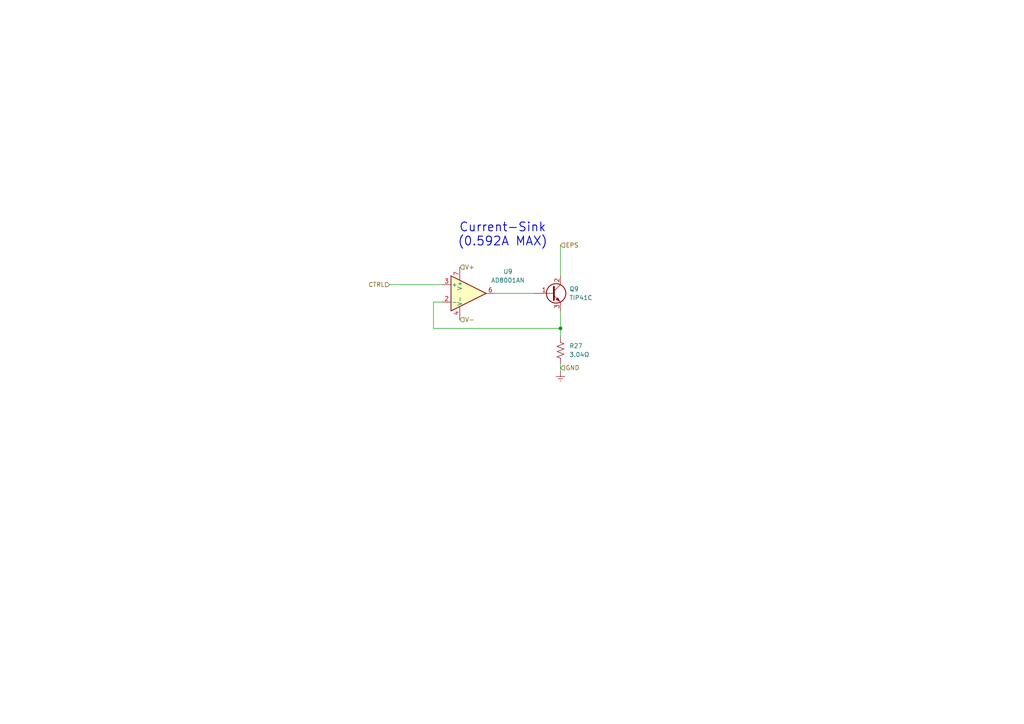
<source format=kicad_sch>
(kicad_sch (version 20231120) (generator "eeschema") (generator_version "8.0")
  (paper "A4")
  (lib_symbols
    (symbol "Amplifier_Operational:AD8001AN" (pin_names (offset 0.127))
      (property "Reference" "U" (at 0 6.35 0))
      (property "Value" "AD8001AN" (at 0 3.81 0))
      (symbol "AD8001AN_0_1"
        (polyline (pts (xy -5.08 5.08) (xy 5.08 0) (xy -5.08 -5.08) (xy -5.08 5.08)) (stroke (width 0.254)) (fill (type background)))
      )
      (symbol "AD8001AN_1_1"
        (pin no_connect line (at -5.08 -2.54 90) (length 2.54) hide (name "NC") (number "1"))
        (pin input line (at -7.62 -2.54 0) (length 2.54) (name "-") (number "2"))
        (pin input line (at -7.62 2.54 0) (length 2.54) (name "+") (number "3"))
        (pin power_in line (at -2.54 -7.62 90) (length 3.81) (name "V-") (number "4"))
        (pin no_connect line (at -2.54 -2.54 90) (length 2.54) hide (name "NC") (number "5"))
        (pin output line (at 7.62 0 180) (length 2.54) (name "~") (number "6"))
        (pin power_in line (at -2.54 7.62 270) (length 3.81) (name "V+") (number "7"))
        (pin no_connect line (at 0 -2.54 90) (length 2.54) hide (name "NC") (number "8"))
      )
    )
    (symbol "Device:R_US" (pin_numbers hide) (pin_names (offset 0))
      (property "Reference" "R" (at 2.54 0 90))
      (property "Value" "R_US" (at -2.54 0 90))
      (symbol "R_US_0_1"
        (polyline (pts (xy 0 -2.286) (xy 0 -2.54)))
        (polyline (pts (xy 0 2.286) (xy 0 2.54)))
        (polyline (pts (xy 0 -0.762) (xy 1.016 -1.143) (xy 0 -1.524) (xy -1.016 -1.905) (xy 0 -2.286)))
        (polyline (pts (xy 0 0.762) (xy 1.016 0.381) (xy 0 0) (xy -1.016 -0.381) (xy 0 -0.762)))
        (polyline (pts (xy 0 2.286) (xy 1.016 1.905) (xy 0 1.524) (xy -1.016 1.143) (xy 0 0.762)))
      )
      (symbol "R_US_1_1"
        (pin passive line (at 0 3.81 270) (length 1.27) (name "~") (number "1"))
        (pin passive line (at 0 -3.81 90) (length 1.27) (name "~") (number "2"))
      )
    )
    (symbol "Transistor_BJT:TIP41C" (pin_names (offset 0) hide)
      (property "Reference" "Q" (at 6.35 1.905 0))
      (property "Value" "TIP41C" (at 6.35 0 0))
      (symbol "TIP41C_0_1"
        (polyline (pts (xy 0.635 0.635) (xy 2.54 2.54)))
        (polyline (pts (xy 0.635 -0.635) (xy 2.54 -2.54) (xy 2.54 -2.54)))
        (polyline (pts (xy 0.635 1.905) (xy 0.635 -1.905) (xy 0.635 -1.905)) (stroke (width 0.508)))
        (polyline (pts (xy 1.27 -1.778) (xy 1.778 -1.27) (xy 2.286 -2.286) (xy 1.27 -1.778) (xy 1.27 -1.778)) (fill (type outline)))
        (circle (center 1.27 0) (radius 2.8194) (stroke (width 0.254)))
      )
      (symbol "TIP41C_1_1"
        (pin input line (at -5.08 0 0) (length 5.715) (name "B") (number "1"))
        (pin passive line (at 2.54 5.08 270) (length 2.54) (name "C") (number "2"))
        (pin passive line (at 2.54 -5.08 90) (length 2.54) (name "E") (number "3"))
      )
    )
    (symbol "power:Earth" (power) (pin_numbers hide) (pin_names (offset 0) hide)
      (property "Value" "Earth" (at 0 -3.81 0))
      (symbol "Earth_0_1"
        (polyline (pts (xy -0.635 -1.905) (xy 0.635 -1.905)))
        (polyline (pts (xy -0.127 -2.54) (xy 0.127 -2.54)))
        (polyline (pts (xy 0 -1.27) (xy 0 0)))
        (polyline (pts (xy 1.27 -1.27) (xy -1.27 -1.27)))
      )
      (symbol "Earth_1_1"
        (pin power_in line (at 0 0 270) (length 0) (name "~") (number "1"))
      )
    )
  )
  (junction (at 162.56 95.25))
  (wire (pts (xy 125.73 87.63) (xy 128.27 87.63)))
  (wire (pts (xy 113.03 82.55) (xy 128.27 82.55)))
  (wire (pts (xy 162.56 71.12) (xy 162.56 80.01)))
  (wire (pts (xy 125.73 95.25) (xy 162.56 95.25)))
  (wire (pts (xy 162.56 105.41) (xy 162.56 107.95)))
  (wire (pts (xy 162.56 90.17) (xy 162.56 95.25)))
  (wire (pts (xy 125.73 95.25) (xy 125.73 87.63)))
  (wire (pts (xy 143.51 85.09) (xy 154.94 85.09)))
  (wire (pts (xy 162.56 95.25) (xy 162.56 97.79)))
  (text "Current-Sink\n(0.592A MAX)\n" (at 145.796 68.072 0) (effects (font (size 2.54 2.54) (thickness 0.254) (bold yes))))
  (hierarchical_label "CTRL" (shape input) (at 113.03 82.55 180))
  (hierarchical_label "GND" (shape input) (at 162.56 106.68 0))
  (hierarchical_label "V-" (shape input) (at 133.35 92.71 0))
  (hierarchical_label "V+" (shape input) (at 133.35 77.47 0))
  (hierarchical_label "EPS" (shape input) (at 162.56 71.12 0))
  (symbol (lib_id "power:Earth") (at 162.56 107.95 0) (unit 1)
    (property "Reference" "#PWR025" (effects (hide yes)))
    (property "Value" "Earth" (effects (hide yes)))
    (property "Description" "Power symbol creates a global label with name \"Earth\"" (effects (hide yes)))
    (instances (project "Load-emulator" (path "" (reference "#PWR060") (unit 1)) (path "" (reference "#PWR029") (unit 1)) (path "" (reference "#PWR025") (unit 1)) (path "" (reference "#PWR068") (unit 1)) (path "" (reference "#PWR041") (unit 1))))
  )
  (symbol (lib_id "Transistor_BJT:TIP41C") (at 160.02 85.09 0) (unit 1)
    (property "Reference" "Q2" (at 165.1 83.8199 0) (effects (justify left)))
    (property "Value" "TIP41C" (at 165.1 86.3599 0) (effects (justify left)))
    (property "Footprint" "Package_TO_SOT_THT:TO-220-3_Vertical" (effects (hide yes)))
    (property "Datasheet" "https://www.centralsemi.com/get_document.php?cmp=1&mergetype=pd&mergepath=pd&pdf_id=tip41.PDF" (effects (hide yes)))
    (property "Description" "6A Ic, 100V Vce, Power NPN Transistor, TO-220" (effects (hide yes)))
    (instances (project "Load-emulator" (path "" (reference "Q9") (unit 1)) (path "" (reference "Q3") (unit 1)) (path "" (reference "Q2") (unit 1)) (path "" (reference "Q12") (unit 1)) (path "" (reference "Q6") (unit 1))))
  )
  (symbol (lib_id "Amplifier_Operational:AD8001AN") (at 135.89 85.09 0) (unit 1)
    (property "Reference" "U2" (at 147.32 78.7714 0))
    (property "Value" "AD8001AN" (at 147.32 81.3114 0))
    (property "Footprint" "Package_DIP:DIP-8_W7.62mm" (effects (hide yes)))
    (property "Datasheet" "https://www.analog.com/media/en/technical-documentation/data-sheets/ad8001.pdf" (effects (hide yes)))
    (property "Description" "Current Feedback Amplifier, 800 MHz, 50mW, DIP-8" (effects (hide yes)))
    (instances (project "Load-emulator" (path "" (reference "U9") (unit 1)) (path "" (reference "U3") (unit 1)) (path "" (reference "U2") (unit 1)) (path "" (reference "U12") (unit 1)) (path "" (reference "U6") (unit 1))))
  )
  (symbol (lib_id "Device:R_US") (at 162.56 101.6 0) (unit 1)
    (property "Reference" "R18" (at 165.1 100.3299 0) (effects (justify left)))
    (property "Value" "3.04Ω" (at 165.1 102.8699 0) (effects (justify left)))
    (property "Description" "Resistor, US symbol" (effects (hide yes)))
    (instances (project "Load-emulator" (path "" (reference "R27") (unit 1)) (path "" (reference "R19") (unit 1)) (path "" (reference "R18") (unit 1)) (path "" (reference "R34") (unit 1)) (path "" (reference "R24") (unit 1))))
  )
)
</source>
